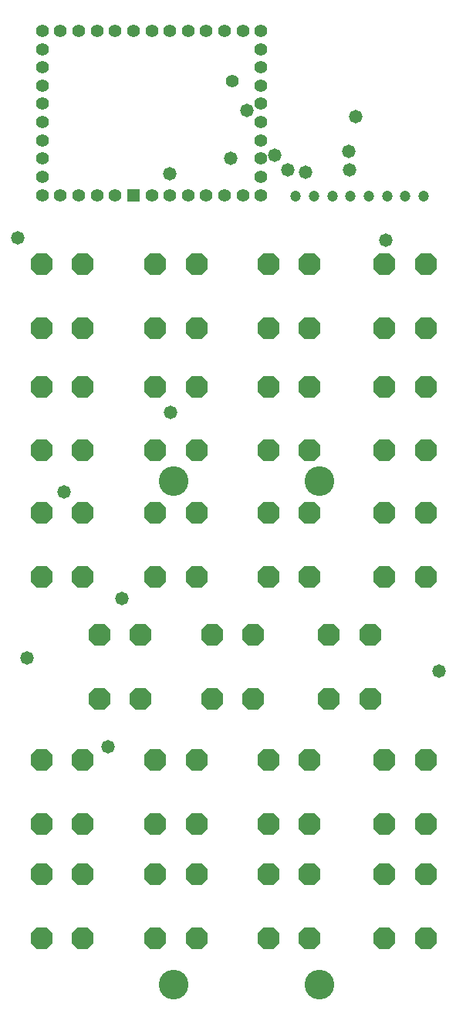
<source format=gbs>
%FSLAX25Y25*%
%MOIN*%
G70*
G01*
G75*
G04 Layer_Color=16711935*
%ADD10R,0.03937X0.05906*%
%ADD11C,0.01000*%
%ADD12C,0.03000*%
%ADD13C,0.04724*%
%ADD14R,0.04724X0.04724*%
%ADD15C,0.12000*%
G04:AMPARAMS|DCode=16|XSize=82.68mil|YSize=82.68mil|CornerRadius=0mil|HoleSize=0mil|Usage=FLASHONLY|Rotation=90.000|XOffset=0mil|YOffset=0mil|HoleType=Round|Shape=Octagon|*
%AMOCTAGOND16*
4,1,8,0.02067,0.04134,-0.02067,0.04134,-0.04134,0.02067,-0.04134,-0.02067,-0.02067,-0.04134,0.02067,-0.04134,0.04134,-0.02067,0.04134,0.02067,0.02067,0.04134,0.0*
%
%ADD16OCTAGOND16*%

%ADD17C,0.03937*%
%ADD18C,0.05000*%
%ADD19C,0.00500*%
%ADD20C,0.00600*%
%ADD21R,0.04737X0.06706*%
%ADD22C,0.05524*%
%ADD23R,0.05524X0.05524*%
%ADD24C,0.12800*%
G04:AMPARAMS|DCode=25|XSize=90.68mil|YSize=90.68mil|CornerRadius=0mil|HoleSize=0mil|Usage=FLASHONLY|Rotation=90.000|XOffset=0mil|YOffset=0mil|HoleType=Round|Shape=Octagon|*
%AMOCTAGOND25*
4,1,8,0.02267,0.04534,-0.02267,0.04534,-0.04534,0.02267,-0.04534,-0.02267,-0.02267,-0.04534,0.02267,-0.04534,0.04534,-0.02267,0.04534,0.02267,0.02267,0.04534,0.0*
%
%ADD25OCTAGOND25*%

%ADD26C,0.04737*%
%ADD27C,0.05800*%
D22*
X18579Y363854D02*
D03*
Y371728D02*
D03*
Y379602D02*
D03*
Y387476D02*
D03*
Y395350D02*
D03*
Y403225D02*
D03*
Y411099D02*
D03*
Y418973D02*
D03*
Y426847D02*
D03*
Y434721D02*
D03*
X113067D02*
D03*
Y363854D02*
D03*
X105193D02*
D03*
X97319D02*
D03*
X89445D02*
D03*
X81571D02*
D03*
X73697D02*
D03*
X65823D02*
D03*
X113067Y371728D02*
D03*
Y379602D02*
D03*
Y387476D02*
D03*
Y395350D02*
D03*
Y403225D02*
D03*
Y411099D02*
D03*
Y418973D02*
D03*
Y426847D02*
D03*
X100520Y413189D02*
D03*
X105193Y434721D02*
D03*
X97319D02*
D03*
X89445D02*
D03*
X81571D02*
D03*
X73697D02*
D03*
X65823D02*
D03*
X57949D02*
D03*
X50075D02*
D03*
X42201D02*
D03*
X34327D02*
D03*
X26453D02*
D03*
Y363854D02*
D03*
X34327D02*
D03*
X42201D02*
D03*
X50075D02*
D03*
D23*
X57949D02*
D03*
D24*
X138322Y240290D02*
D03*
Y22967D02*
D03*
X75330D02*
D03*
Y240290D02*
D03*
D25*
X184157Y42988D02*
D03*
X166440D02*
D03*
X184157Y70547D02*
D03*
X166440D02*
D03*
X85152Y42988D02*
D03*
X67436D02*
D03*
X85152Y70547D02*
D03*
X67436D02*
D03*
X18314Y120083D02*
D03*
X36030D02*
D03*
X18314Y92523D02*
D03*
X36030D02*
D03*
X134047Y199144D02*
D03*
X116331D02*
D03*
X134047Y226704D02*
D03*
X116331D02*
D03*
X85152Y253622D02*
D03*
X67436D02*
D03*
X85152Y281182D02*
D03*
X67436D02*
D03*
X36030Y306411D02*
D03*
X18314D02*
D03*
X36030Y333971D02*
D03*
X18314D02*
D03*
X134047Y42988D02*
D03*
X116331D02*
D03*
X134047Y70547D02*
D03*
X116331D02*
D03*
X85152Y92523D02*
D03*
X67436D02*
D03*
X85152Y120083D02*
D03*
X67436D02*
D03*
X166440Y226704D02*
D03*
X184157D02*
D03*
X166440Y199144D02*
D03*
X184157D02*
D03*
X134047Y253622D02*
D03*
X116331D02*
D03*
X134047Y281182D02*
D03*
X116331D02*
D03*
X85152Y306411D02*
D03*
X67436D02*
D03*
X85152Y333971D02*
D03*
X67436D02*
D03*
X134047Y92523D02*
D03*
X116331D02*
D03*
X134047Y120083D02*
D03*
X116331D02*
D03*
X43259Y174043D02*
D03*
X60975D02*
D03*
X43259Y146484D02*
D03*
X60975D02*
D03*
X166440Y281182D02*
D03*
X184157D02*
D03*
X166440Y253622D02*
D03*
X184157D02*
D03*
X134047Y306411D02*
D03*
X116331D02*
D03*
X134047Y333971D02*
D03*
X116331D02*
D03*
X184157Y92523D02*
D03*
X166440D02*
D03*
X184157Y120083D02*
D03*
X166440D02*
D03*
X109731Y146484D02*
D03*
X92015D02*
D03*
X109731Y174043D02*
D03*
X92015D02*
D03*
X36030Y199144D02*
D03*
X18314D02*
D03*
X36030Y226704D02*
D03*
X18314D02*
D03*
X166440Y333971D02*
D03*
X184157D02*
D03*
X166440Y306411D02*
D03*
X184157D02*
D03*
X36030Y42988D02*
D03*
X18314D02*
D03*
X36030Y70547D02*
D03*
X18314D02*
D03*
X142409Y174043D02*
D03*
X160126D02*
D03*
X142409Y146484D02*
D03*
X160126D02*
D03*
X85152Y199144D02*
D03*
X67436D02*
D03*
X85152Y226704D02*
D03*
X67436D02*
D03*
X36030Y253622D02*
D03*
X18314D02*
D03*
X36030Y281182D02*
D03*
X18314D02*
D03*
D26*
X183205Y363469D02*
D03*
X175331D02*
D03*
X167457D02*
D03*
X159583D02*
D03*
X151709D02*
D03*
X143835D02*
D03*
X135961D02*
D03*
X128087D02*
D03*
D27*
X46999Y125809D02*
D03*
X27813Y235796D02*
D03*
X153930Y397762D02*
D03*
X107052Y400454D02*
D03*
X151064Y382720D02*
D03*
X118930Y380998D02*
D03*
X151138Y374720D02*
D03*
X73725Y373068D02*
D03*
X99853Y379769D02*
D03*
X52887Y189869D02*
D03*
X124483Y374569D02*
D03*
X166987Y344369D02*
D03*
X7887Y345369D02*
D03*
X11887Y164169D02*
D03*
X73987Y270169D02*
D03*
X132287Y373569D02*
D03*
X189887Y158294D02*
D03*
M02*

</source>
